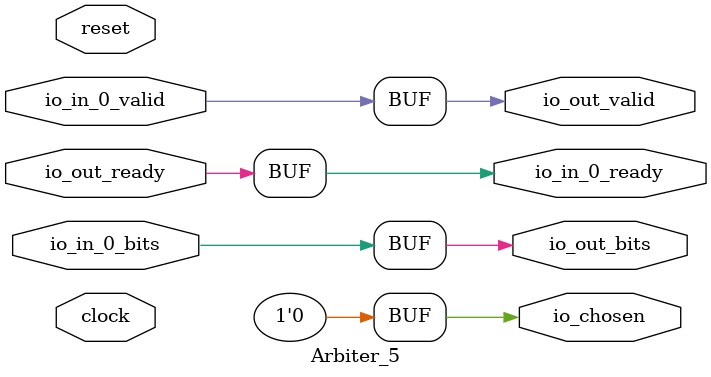
<source format=v>
module Arbiter_5(
  input   clock,
  input   reset,
  output  io_in_0_ready,
  input   io_in_0_valid,
  input   io_in_0_bits,
  input   io_out_ready,
  output  io_out_valid,
  output  io_out_bits,
  output  io_chosen
);
  assign io_in_0_ready = io_out_ready;
  assign io_out_valid = io_in_0_valid;
  assign io_out_bits = io_in_0_bits;
  assign io_chosen = 1'h0;
endmodule
</source>
